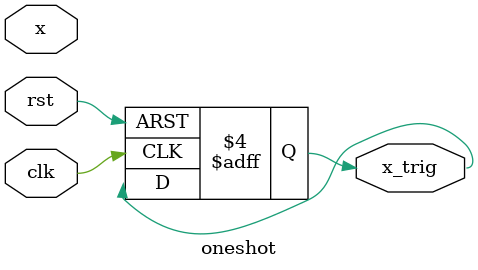
<source format=v>
`timescale 1ns / 1ps


module oneshot(clk, rst, x, x_trig);
parameter WIDTH = 1;
input clk, rst, x;
reg [WIDTH-1 : 0] x_reg;
output reg [WIDTH-1 :0] x_trig;

always @(negedge rst or posedge clk) begin
    if(!rst) begin
        x_reg <= {WIDTH{1'b0}};
        x_trig <= {WIDTH{1'b0}};
    end
end
endmodule

</source>
